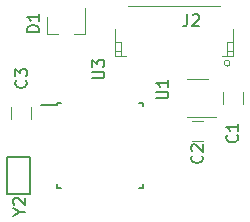
<source format=gto>
G04 #@! TF.FileFunction,Legend,Top*
%FSLAX46Y46*%
G04 Gerber Fmt 4.6, Leading zero omitted, Abs format (unit mm)*
G04 Created by KiCad (PCBNEW 4.0.7) date 03/27/20 13:09:03*
%MOMM*%
%LPD*%
G01*
G04 APERTURE LIST*
%ADD10C,0.100000*%
%ADD11C,0.120000*%
%ADD12C,0.150000*%
G04 APERTURE END LIST*
D10*
D11*
X138600000Y-112750000D02*
X138600000Y-111750000D01*
X136900000Y-111750000D02*
X136900000Y-112750000D01*
X135250000Y-114150000D02*
X134250000Y-114150000D01*
X134250000Y-115850000D02*
X135250000Y-115850000D01*
X118950000Y-113000000D02*
X118950000Y-114000000D01*
X120650000Y-114000000D02*
X120650000Y-113000000D01*
X122020000Y-106810000D02*
X122950000Y-106810000D01*
X125180000Y-106810000D02*
X124250000Y-106810000D01*
X125180000Y-106810000D02*
X125180000Y-104650000D01*
X122020000Y-106810000D02*
X122020000Y-105350000D01*
X137500000Y-109287500D02*
G75*
G03X137500000Y-109287500I-250000J0D01*
G01*
X136650000Y-104462500D02*
X128850000Y-104462500D01*
X137750000Y-106362500D02*
X137750000Y-108712500D01*
X137750000Y-108712500D02*
X136850000Y-108712500D01*
X137250000Y-108712500D02*
X137250000Y-107512500D01*
X137250000Y-107512500D02*
X137250000Y-107512500D01*
X137250000Y-107512500D02*
X137250000Y-108712500D01*
X137250000Y-108712500D02*
X137250000Y-108712500D01*
X137250000Y-108212500D02*
X137250000Y-108212500D01*
X137250000Y-108212500D02*
X137750000Y-108212500D01*
X137750000Y-108212500D02*
X137750000Y-108212500D01*
X137750000Y-108212500D02*
X137250000Y-108212500D01*
X137250000Y-107512500D02*
X137250000Y-107512500D01*
X137250000Y-107512500D02*
X137750000Y-107512500D01*
X137750000Y-107512500D02*
X137750000Y-107512500D01*
X137750000Y-107512500D02*
X137250000Y-107512500D01*
X127750000Y-106362500D02*
X127750000Y-108712500D01*
X127750000Y-108712500D02*
X128650000Y-108712500D01*
X128250000Y-108712500D02*
X128250000Y-107512500D01*
X128250000Y-107512500D02*
X128250000Y-107512500D01*
X128250000Y-107512500D02*
X128250000Y-108712500D01*
X128250000Y-108712500D02*
X128250000Y-108712500D01*
X128250000Y-108212500D02*
X128250000Y-108212500D01*
X128250000Y-108212500D02*
X127750000Y-108212500D01*
X127750000Y-108212500D02*
X127750000Y-108212500D01*
X127750000Y-108212500D02*
X128250000Y-108212500D01*
X128250000Y-107512500D02*
X128250000Y-107512500D01*
X128250000Y-107512500D02*
X127750000Y-107512500D01*
X127750000Y-107512500D02*
X127750000Y-107512500D01*
X127750000Y-107512500D02*
X128250000Y-107512500D01*
X135650000Y-110640000D02*
X133850000Y-110640000D01*
X133850000Y-113860000D02*
X136300000Y-113860000D01*
D12*
X122875000Y-112625000D02*
X122875000Y-112850000D01*
X130125000Y-112625000D02*
X130125000Y-112950000D01*
X130125000Y-119875000D02*
X130125000Y-119550000D01*
X122875000Y-119875000D02*
X122875000Y-119550000D01*
X122875000Y-112625000D02*
X123200000Y-112625000D01*
X122875000Y-119875000D02*
X123200000Y-119875000D01*
X130125000Y-119875000D02*
X129800000Y-119875000D01*
X130125000Y-112625000D02*
X129800000Y-112625000D01*
X122875000Y-112850000D02*
X121450000Y-112850000D01*
X120600000Y-117200000D02*
X120600000Y-120400000D01*
X118600000Y-117200000D02*
X120600000Y-117200000D01*
X118600000Y-120400000D02*
X118600000Y-117200000D01*
X120600000Y-120400000D02*
X118600000Y-120400000D01*
X138082143Y-115366666D02*
X138129762Y-115414285D01*
X138177381Y-115557142D01*
X138177381Y-115652380D01*
X138129762Y-115795238D01*
X138034524Y-115890476D01*
X137939286Y-115938095D01*
X137748810Y-115985714D01*
X137605952Y-115985714D01*
X137415476Y-115938095D01*
X137320238Y-115890476D01*
X137225000Y-115795238D01*
X137177381Y-115652380D01*
X137177381Y-115557142D01*
X137225000Y-115414285D01*
X137272619Y-115366666D01*
X138177381Y-114414285D02*
X138177381Y-114985714D01*
X138177381Y-114700000D02*
X137177381Y-114700000D01*
X137320238Y-114795238D01*
X137415476Y-114890476D01*
X137463095Y-114985714D01*
X135107143Y-117116666D02*
X135154762Y-117164285D01*
X135202381Y-117307142D01*
X135202381Y-117402380D01*
X135154762Y-117545238D01*
X135059524Y-117640476D01*
X134964286Y-117688095D01*
X134773810Y-117735714D01*
X134630952Y-117735714D01*
X134440476Y-117688095D01*
X134345238Y-117640476D01*
X134250000Y-117545238D01*
X134202381Y-117402380D01*
X134202381Y-117307142D01*
X134250000Y-117164285D01*
X134297619Y-117116666D01*
X134297619Y-116735714D02*
X134250000Y-116688095D01*
X134202381Y-116592857D01*
X134202381Y-116354761D01*
X134250000Y-116259523D01*
X134297619Y-116211904D01*
X134392857Y-116164285D01*
X134488095Y-116164285D01*
X134630952Y-116211904D01*
X135202381Y-116783333D01*
X135202381Y-116164285D01*
X120207143Y-110741666D02*
X120254762Y-110789285D01*
X120302381Y-110932142D01*
X120302381Y-111027380D01*
X120254762Y-111170238D01*
X120159524Y-111265476D01*
X120064286Y-111313095D01*
X119873810Y-111360714D01*
X119730952Y-111360714D01*
X119540476Y-111313095D01*
X119445238Y-111265476D01*
X119350000Y-111170238D01*
X119302381Y-111027380D01*
X119302381Y-110932142D01*
X119350000Y-110789285D01*
X119397619Y-110741666D01*
X119302381Y-110408333D02*
X119302381Y-109789285D01*
X119683333Y-110122619D01*
X119683333Y-109979761D01*
X119730952Y-109884523D01*
X119778571Y-109836904D01*
X119873810Y-109789285D01*
X120111905Y-109789285D01*
X120207143Y-109836904D01*
X120254762Y-109884523D01*
X120302381Y-109979761D01*
X120302381Y-110265476D01*
X120254762Y-110360714D01*
X120207143Y-110408333D01*
X121327381Y-106638095D02*
X120327381Y-106638095D01*
X120327381Y-106400000D01*
X120375000Y-106257142D01*
X120470238Y-106161904D01*
X120565476Y-106114285D01*
X120755952Y-106066666D01*
X120898810Y-106066666D01*
X121089286Y-106114285D01*
X121184524Y-106161904D01*
X121279762Y-106257142D01*
X121327381Y-106400000D01*
X121327381Y-106638095D01*
X121327381Y-105114285D02*
X121327381Y-105685714D01*
X121327381Y-105400000D02*
X120327381Y-105400000D01*
X120470238Y-105495238D01*
X120565476Y-105590476D01*
X120613095Y-105685714D01*
X133891667Y-105152381D02*
X133891667Y-105866667D01*
X133844047Y-106009524D01*
X133748809Y-106104762D01*
X133605952Y-106152381D01*
X133510714Y-106152381D01*
X134320238Y-105247619D02*
X134367857Y-105200000D01*
X134463095Y-105152381D01*
X134701191Y-105152381D01*
X134796429Y-105200000D01*
X134844048Y-105247619D01*
X134891667Y-105342857D01*
X134891667Y-105438095D01*
X134844048Y-105580952D01*
X134272619Y-106152381D01*
X134891667Y-106152381D01*
X131252381Y-112261905D02*
X132061905Y-112261905D01*
X132157143Y-112214286D01*
X132204762Y-112166667D01*
X132252381Y-112071429D01*
X132252381Y-111880952D01*
X132204762Y-111785714D01*
X132157143Y-111738095D01*
X132061905Y-111690476D01*
X131252381Y-111690476D01*
X132252381Y-110690476D02*
X132252381Y-111261905D01*
X132252381Y-110976191D02*
X131252381Y-110976191D01*
X131395238Y-111071429D01*
X131490476Y-111166667D01*
X131538095Y-111261905D01*
X125852381Y-110561905D02*
X126661905Y-110561905D01*
X126757143Y-110514286D01*
X126804762Y-110466667D01*
X126852381Y-110371429D01*
X126852381Y-110180952D01*
X126804762Y-110085714D01*
X126757143Y-110038095D01*
X126661905Y-109990476D01*
X125852381Y-109990476D01*
X125852381Y-109609524D02*
X125852381Y-108990476D01*
X126233333Y-109323810D01*
X126233333Y-109180952D01*
X126280952Y-109085714D01*
X126328571Y-109038095D01*
X126423810Y-108990476D01*
X126661905Y-108990476D01*
X126757143Y-109038095D01*
X126804762Y-109085714D01*
X126852381Y-109180952D01*
X126852381Y-109466667D01*
X126804762Y-109561905D01*
X126757143Y-109609524D01*
X119676190Y-121876191D02*
X120152381Y-121876191D01*
X119152381Y-122209524D02*
X119676190Y-121876191D01*
X119152381Y-121542857D01*
X119247619Y-121257143D02*
X119200000Y-121209524D01*
X119152381Y-121114286D01*
X119152381Y-120876190D01*
X119200000Y-120780952D01*
X119247619Y-120733333D01*
X119342857Y-120685714D01*
X119438095Y-120685714D01*
X119580952Y-120733333D01*
X120152381Y-121304762D01*
X120152381Y-120685714D01*
M02*

</source>
